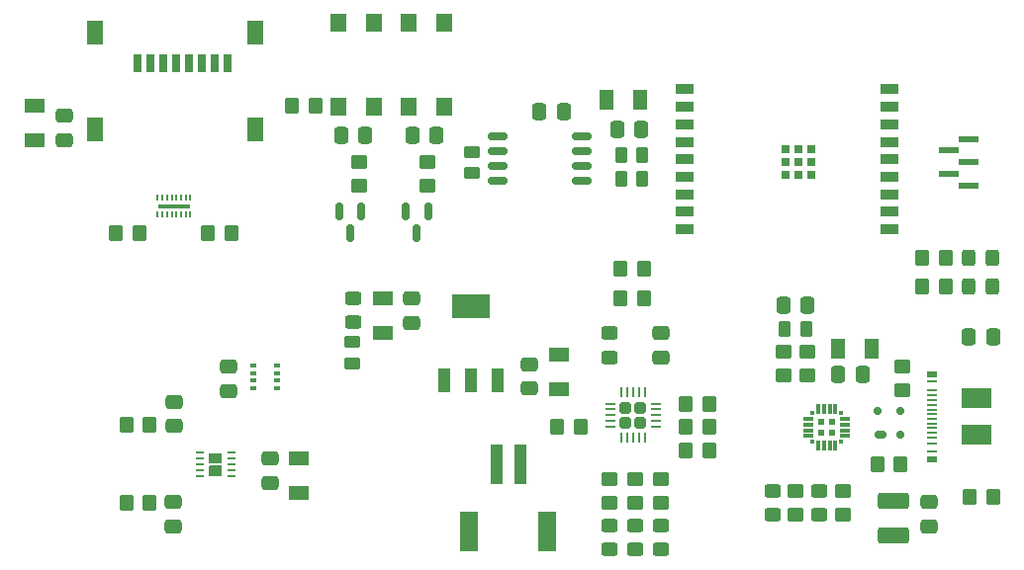
<source format=gbr>
%TF.GenerationSoftware,KiCad,Pcbnew,9.0.6*%
%TF.CreationDate,2025-11-03T22:24:35+01:00*%
%TF.ProjectId,capSensor,63617053-656e-4736-9f72-2e6b69636164,rev?*%
%TF.SameCoordinates,Original*%
%TF.FileFunction,Paste,Top*%
%TF.FilePolarity,Positive*%
%FSLAX46Y46*%
G04 Gerber Fmt 4.6, Leading zero omitted, Abs format (unit mm)*
G04 Created by KiCad (PCBNEW 9.0.6) date 2025-11-03 22:24:35*
%MOMM*%
%LPD*%
G01*
G04 APERTURE LIST*
G04 Aperture macros list*
%AMRoundRect*
0 Rectangle with rounded corners*
0 $1 Rounding radius*
0 $2 $3 $4 $5 $6 $7 $8 $9 X,Y pos of 4 corners*
0 Add a 4 corners polygon primitive as box body*
4,1,4,$2,$3,$4,$5,$6,$7,$8,$9,$2,$3,0*
0 Add four circle primitives for the rounded corners*
1,1,$1+$1,$2,$3*
1,1,$1+$1,$4,$5*
1,1,$1+$1,$6,$7*
1,1,$1+$1,$8,$9*
0 Add four rect primitives between the rounded corners*
20,1,$1+$1,$2,$3,$4,$5,0*
20,1,$1+$1,$4,$5,$6,$7,0*
20,1,$1+$1,$6,$7,$8,$9,0*
20,1,$1+$1,$8,$9,$2,$3,0*%
G04 Aperture macros list end*
%ADD10C,0.000000*%
%ADD11RoundRect,0.250000X0.450000X-0.350000X0.450000X0.350000X-0.450000X0.350000X-0.450000X-0.350000X0*%
%ADD12RoundRect,0.250000X-0.255000X-0.255000X0.255000X-0.255000X0.255000X0.255000X-0.255000X0.255000X0*%
%ADD13RoundRect,0.062500X-0.350000X-0.062500X0.350000X-0.062500X0.350000X0.062500X-0.350000X0.062500X0*%
%ADD14RoundRect,0.062500X-0.062500X-0.350000X0.062500X-0.350000X0.062500X0.350000X-0.062500X0.350000X0*%
%ADD15RoundRect,0.250000X0.262500X0.450000X-0.262500X0.450000X-0.262500X-0.450000X0.262500X-0.450000X0*%
%ADD16RoundRect,0.250000X0.337500X0.475000X-0.337500X0.475000X-0.337500X-0.475000X0.337500X-0.475000X0*%
%ADD17RoundRect,0.250000X0.475000X-0.337500X0.475000X0.337500X-0.475000X0.337500X-0.475000X-0.337500X0*%
%ADD18R,1.820000X1.160000*%
%ADD19RoundRect,0.250000X-0.350000X-0.450000X0.350000X-0.450000X0.350000X0.450000X-0.350000X0.450000X0*%
%ADD20RoundRect,0.250000X-0.262500X-0.450000X0.262500X-0.450000X0.262500X0.450000X-0.262500X0.450000X0*%
%ADD21R,0.850000X0.570000*%
%ADD22R,0.850000X0.250000*%
%ADD23R,0.850000X0.200000*%
%ADD24R,2.600000X1.710000*%
%ADD25RoundRect,0.250000X-0.450000X0.325000X-0.450000X-0.325000X0.450000X-0.325000X0.450000X0.325000X0*%
%ADD26RoundRect,0.250000X-0.475000X0.337500X-0.475000X-0.337500X0.475000X-0.337500X0.475000X0.337500X0*%
%ADD27RoundRect,0.250000X0.450000X-0.325000X0.450000X0.325000X-0.450000X0.325000X-0.450000X-0.325000X0*%
%ADD28RoundRect,0.250000X-0.325000X-0.450000X0.325000X-0.450000X0.325000X0.450000X-0.325000X0.450000X0*%
%ADD29RoundRect,0.250000X-0.450000X0.350000X-0.450000X-0.350000X0.450000X-0.350000X0.450000X0.350000X0*%
%ADD30R,1.160000X1.820000*%
%ADD31R,1.400000X1.600000*%
%ADD32RoundRect,0.250000X0.450000X-0.262500X0.450000X0.262500X-0.450000X0.262500X-0.450000X-0.262500X0*%
%ADD33RoundRect,0.250000X0.350000X0.450000X-0.350000X0.450000X-0.350000X-0.450000X0.350000X-0.450000X0*%
%ADD34R,0.500000X0.350000*%
%ADD35R,0.800000X1.500000*%
%ADD36R,1.450000X2.000000*%
%ADD37RoundRect,0.162500X-0.650000X-0.162500X0.650000X-0.162500X0.650000X0.162500X-0.650000X0.162500X0*%
%ADD38RoundRect,0.150000X-0.150000X0.587500X-0.150000X-0.587500X0.150000X-0.587500X0.150000X0.587500X0*%
%ADD39R,0.650001X0.249999*%
%ADD40R,1.000000X2.050001*%
%ADD41R,3.250001X2.050001*%
%ADD42R,1.750000X0.600000*%
%ADD43R,0.203200X0.609600*%
%ADD44R,2.794000X0.406400*%
%ADD45R,0.700000X0.700000*%
%ADD46R,1.500000X0.900000*%
%ADD47RoundRect,0.175000X0.325000X-0.175000X0.325000X0.175000X-0.325000X0.175000X-0.325000X-0.175000X0*%
%ADD48RoundRect,0.150000X0.150000X-0.200000X0.150000X0.200000X-0.150000X0.200000X-0.150000X-0.200000X0*%
%ADD49RoundRect,0.250001X-1.074999X0.462499X-1.074999X-0.462499X1.074999X-0.462499X1.074999X0.462499X0*%
%ADD50RoundRect,0.250000X-0.337500X-0.475000X0.337500X-0.475000X0.337500X0.475000X-0.337500X0.475000X0*%
%ADD51R,0.540000X0.540000*%
%ADD52R,0.300000X0.300000*%
%ADD53R,0.900000X0.300000*%
%ADD54R,0.300000X0.900000*%
%ADD55R,1.000000X3.500000*%
%ADD56R,1.500000X3.400000*%
G04 APERTURE END LIST*
D10*
%TO.C,U7*%
G36*
X82471601Y-122200939D02*
G01*
X82480783Y-122203726D01*
X82489246Y-122208249D01*
X82496663Y-122214338D01*
X82502751Y-122221755D01*
X82507275Y-122230218D01*
X82510061Y-122239400D01*
X82511001Y-122248950D01*
X82511001Y-123041049D01*
X82510061Y-123050600D01*
X82507275Y-123059782D01*
X82502751Y-123068245D01*
X82496663Y-123075662D01*
X82489246Y-123081750D01*
X82480783Y-123086274D01*
X82471601Y-123089060D01*
X82462050Y-123090000D01*
X81429952Y-123090000D01*
X81420401Y-123089060D01*
X81411219Y-123086274D01*
X81402756Y-123081750D01*
X81395339Y-123075662D01*
X81389251Y-123068245D01*
X81384727Y-123059782D01*
X81381941Y-123050600D01*
X81381001Y-123041049D01*
X81381001Y-122248950D01*
X81381941Y-122239400D01*
X81384727Y-122230218D01*
X81389251Y-122221755D01*
X81395339Y-122214338D01*
X81402756Y-122208249D01*
X81411219Y-122203726D01*
X81420401Y-122200939D01*
X81429952Y-122199999D01*
X82462050Y-122199999D01*
X82471601Y-122200939D01*
G37*
G36*
X82471601Y-123290940D02*
G01*
X82480783Y-123293726D01*
X82489246Y-123298250D01*
X82496663Y-123304338D01*
X82502751Y-123311755D01*
X82507275Y-123320218D01*
X82510061Y-123329400D01*
X82511001Y-123338951D01*
X82511001Y-124131050D01*
X82510061Y-124140600D01*
X82507275Y-124149782D01*
X82502751Y-124158245D01*
X82496663Y-124165662D01*
X82489246Y-124171751D01*
X82480783Y-124176274D01*
X82471601Y-124179061D01*
X82462050Y-124180001D01*
X81429952Y-124180001D01*
X81420401Y-124179061D01*
X81411219Y-124176274D01*
X81402756Y-124171751D01*
X81395339Y-124165662D01*
X81389251Y-124158245D01*
X81384727Y-124149782D01*
X81381941Y-124140600D01*
X81381001Y-124131050D01*
X81381001Y-123338951D01*
X81381941Y-123329400D01*
X81384727Y-123320218D01*
X81389251Y-123311755D01*
X81395339Y-123304338D01*
X81402756Y-123298250D01*
X81411219Y-123293726D01*
X81420401Y-123290940D01*
X81429952Y-123290000D01*
X82462050Y-123290000D01*
X82471601Y-123290940D01*
G37*
%TO.C,U5*%
G36*
X78303001Y-101165100D02*
G01*
X77106001Y-101165100D01*
X77106001Y-100958700D01*
X78303001Y-100958700D01*
X78303001Y-101165100D01*
G37*
G36*
X79700001Y-101165100D02*
G01*
X78503001Y-101165100D01*
X78503001Y-100958700D01*
X79700001Y-100958700D01*
X79700001Y-101165100D01*
G37*
%TD*%
D11*
%TO.C,R23*%
X100076000Y-99298000D03*
X100076000Y-97298000D03*
%TD*%
D12*
%TO.C,U6*%
X117047000Y-118335000D03*
X117047000Y-119585000D03*
X118297000Y-118335000D03*
X118297000Y-119585000D03*
D13*
X115734500Y-117960000D03*
X115734500Y-118460000D03*
X115734500Y-118960000D03*
X115734500Y-119460000D03*
X115734500Y-119960000D03*
D14*
X116672000Y-120897500D03*
X117172000Y-120897500D03*
X117672000Y-120897500D03*
X118172000Y-120897500D03*
X118672000Y-120897500D03*
D13*
X119609500Y-119960000D03*
X119609500Y-119460000D03*
X119609500Y-118960000D03*
X119609500Y-118460000D03*
X119609500Y-117960000D03*
D14*
X118672000Y-117022500D03*
X118172000Y-117022500D03*
X117672000Y-117022500D03*
X117172000Y-117022500D03*
X116672000Y-117022500D03*
%TD*%
D15*
%TO.C,R6*%
X132500500Y-111538000D03*
X130675500Y-111538000D03*
%TD*%
D16*
%TO.C,C7*%
X132625500Y-109538000D03*
X130550500Y-109538000D03*
%TD*%
D17*
%TO.C,C17*%
X69003000Y-95375500D03*
X69003000Y-93300500D03*
%TD*%
D18*
%TO.C,C16*%
X89073998Y-122651000D03*
X89073998Y-125601000D03*
%TD*%
D19*
%TO.C,R20*%
X116602000Y-106426000D03*
X118602000Y-106426000D03*
%TD*%
D20*
%TO.C,R24*%
X116665250Y-96699500D03*
X118490250Y-96699500D03*
%TD*%
D21*
%TO.C,J4*%
X143256000Y-122707000D03*
D22*
X143256000Y-121347000D03*
D23*
X143256000Y-120472000D03*
X143256000Y-119672000D03*
X143256000Y-118472000D03*
X143256000Y-117672000D03*
D22*
X143256000Y-116797000D03*
D21*
X143256000Y-115437000D03*
D22*
X143256000Y-116047000D03*
X143256000Y-117247000D03*
D23*
X143256000Y-118072000D03*
X143256000Y-118872000D03*
X143256000Y-119272000D03*
X143256000Y-120072000D03*
D22*
X143256000Y-120897000D03*
X143256000Y-122097000D03*
D24*
X147081000Y-120637000D03*
X147081000Y-117507000D03*
%TD*%
D25*
%TO.C,D6*%
X117856000Y-128435000D03*
X117856000Y-130485000D03*
%TD*%
D26*
%TO.C,C5*%
X98736000Y-108966499D03*
X98736000Y-111041499D03*
%TD*%
D17*
%TO.C,C13*%
X78375000Y-119868500D03*
X78375000Y-117793500D03*
%TD*%
D27*
%TO.C,D1*%
X93736000Y-110998999D03*
X93736000Y-108948999D03*
%TD*%
D28*
%TO.C,D8*%
X146402500Y-107950000D03*
X148452500Y-107950000D03*
%TD*%
D29*
%TO.C,R17*%
X120040000Y-124460000D03*
X120040000Y-126460000D03*
%TD*%
D25*
%TO.C,D3*%
X129604000Y-125447000D03*
X129604000Y-127497000D03*
%TD*%
D20*
%TO.C,R25*%
X116665250Y-98731500D03*
X118490250Y-98731500D03*
%TD*%
D30*
%TO.C,C22*%
X118315000Y-91948000D03*
X115365000Y-91948000D03*
%TD*%
D18*
%TO.C,C4*%
X96236000Y-108956999D03*
X96236000Y-111906999D03*
%TD*%
D19*
%TO.C,R14*%
X111172000Y-119960000D03*
X113172000Y-119960000D03*
%TD*%
D31*
%TO.C,EN*%
X92480000Y-85300000D03*
X92480000Y-92500000D03*
X95480000Y-85300000D03*
X95480000Y-92500000D03*
%TD*%
D11*
%TO.C,R22*%
X94234000Y-99298000D03*
X94234000Y-97298000D03*
%TD*%
D32*
%TO.C,R4*%
X93656000Y-114498500D03*
X93656000Y-112673500D03*
%TD*%
D11*
%TO.C,R5*%
X132588000Y-115538000D03*
X132588000Y-113538000D03*
%TD*%
D33*
%TO.C,R1*%
X140573000Y-123134000D03*
X138573000Y-123134000D03*
%TD*%
%TO.C,R12*%
X124172000Y-117960000D03*
X122172000Y-117960000D03*
%TD*%
D11*
%TO.C,R2*%
X140716000Y-116808000D03*
X140716000Y-114808000D03*
%TD*%
D26*
%TO.C,C9*%
X83058000Y-114786500D03*
X83058000Y-116861500D03*
%TD*%
D25*
%TO.C,D4*%
X115672000Y-128435000D03*
X115672000Y-130485000D03*
%TD*%
D33*
%TO.C,R13*%
X124172000Y-119960000D03*
X122172000Y-119960000D03*
%TD*%
D34*
%TO.C,U4*%
X87190000Y-114698500D03*
X87190000Y-115348500D03*
X87190000Y-115998500D03*
X87190000Y-116648500D03*
X85140000Y-116648500D03*
X85140000Y-115998500D03*
X85140000Y-115348500D03*
X85140000Y-114698500D03*
%TD*%
D35*
%TO.C,J3*%
X75303000Y-88788000D03*
X76403000Y-88788000D03*
X77503000Y-88788000D03*
X78603000Y-88788000D03*
X79703000Y-88788000D03*
X80803000Y-88788000D03*
X81903000Y-88788000D03*
X83003000Y-88788000D03*
D36*
X71628000Y-86188000D03*
X71628000Y-94488000D03*
X85378000Y-86188000D03*
X85378000Y-94488000D03*
%TD*%
D29*
%TO.C,R16*%
X115672000Y-124460000D03*
X115672000Y-126460000D03*
%TD*%
D32*
%TO.C,R27*%
X103886000Y-98194500D03*
X103886000Y-96369500D03*
%TD*%
D33*
%TO.C,R26*%
X90480000Y-92400000D03*
X88480000Y-92400000D03*
%TD*%
D19*
%TO.C,R3*%
X146500000Y-126000000D03*
X148500000Y-126000000D03*
%TD*%
D37*
%TO.C,U8*%
X106116250Y-95048500D03*
X106116250Y-96318500D03*
X106116250Y-97588500D03*
X106116250Y-98858500D03*
X113291250Y-98858500D03*
X113291250Y-97588500D03*
X113291250Y-96318500D03*
X113291250Y-95048500D03*
%TD*%
D17*
%TO.C,C1*%
X108816000Y-116681501D03*
X108816000Y-114606501D03*
%TD*%
D38*
%TO.C,Q1*%
X94430000Y-101462500D03*
X92530000Y-101462500D03*
X93480000Y-103337500D03*
%TD*%
D19*
%TO.C,R10*%
X81296000Y-103378000D03*
X83296000Y-103378000D03*
%TD*%
D39*
%TO.C,U7*%
X80571000Y-122189999D03*
X80571000Y-122689998D03*
X80571000Y-123190000D03*
X80571000Y-123689999D03*
X80571000Y-124189998D03*
X83321002Y-124189998D03*
X83321002Y-123689999D03*
X83321002Y-123190000D03*
X83321002Y-122689998D03*
X83321002Y-122189999D03*
%TD*%
D40*
%TO.C,U1*%
X101516000Y-115999000D03*
X103816000Y-115999000D03*
X106116000Y-115999000D03*
D41*
X103816000Y-109649000D03*
%TD*%
D42*
%TO.C,J1*%
X146417000Y-99282000D03*
X144667000Y-98282000D03*
X146417000Y-97282000D03*
X144667000Y-96282000D03*
X146417000Y-95282000D03*
%TD*%
D33*
%TO.C,R15*%
X124172000Y-121960000D03*
X122172000Y-121960000D03*
%TD*%
D19*
%TO.C,R19*%
X116602000Y-108926000D03*
X118602000Y-108926000D03*
%TD*%
D17*
%TO.C,C11*%
X120040000Y-113997500D03*
X120040000Y-111922500D03*
%TD*%
D18*
%TO.C,C15*%
X66503000Y-95385000D03*
X66503000Y-92435000D03*
%TD*%
D43*
%TO.C,U5*%
X77003001Y-101785800D03*
X77403000Y-101785800D03*
X77803002Y-101785800D03*
X78203001Y-101785800D03*
X78603001Y-101785800D03*
X79003000Y-101785800D03*
X79403002Y-101785800D03*
X79803001Y-101785800D03*
X79803001Y-100338000D03*
X79403002Y-100338000D03*
X79003000Y-100338000D03*
X78603001Y-100338000D03*
X78203001Y-100338000D03*
X77803002Y-100338000D03*
X77403000Y-100338000D03*
X77003001Y-100338000D03*
D44*
X78403001Y-101061900D03*
%TD*%
D27*
%TO.C,F2*%
X115672000Y-113985000D03*
X115672000Y-111935000D03*
%TD*%
D45*
%TO.C,U9*%
X130744250Y-96122500D03*
X130744250Y-97222500D03*
X130744250Y-98322500D03*
X131844250Y-96122500D03*
X131844250Y-97222500D03*
X131844250Y-98322500D03*
X132944250Y-96122500D03*
X132944250Y-97222500D03*
X132944250Y-98322500D03*
D46*
X122134250Y-91022500D03*
X122134250Y-92522500D03*
X122134250Y-94022500D03*
X122134250Y-95522500D03*
X122134250Y-97022500D03*
X122134250Y-98522500D03*
X122134250Y-100022500D03*
X122134250Y-101522500D03*
X122134250Y-103022500D03*
X139634250Y-103022500D03*
X139634250Y-101522500D03*
X139634250Y-100022500D03*
X139634250Y-98522500D03*
X139634250Y-97022500D03*
X139634250Y-95522500D03*
X139634250Y-94022500D03*
X139634250Y-92522500D03*
X139634250Y-91022500D03*
%TD*%
D31*
%TO.C,BOOT*%
X98480000Y-85300000D03*
X98480000Y-92500000D03*
X101480000Y-85300000D03*
X101480000Y-92500000D03*
%TD*%
D18*
%TO.C,C2*%
X111316000Y-116691001D03*
X111316000Y-113741001D03*
%TD*%
D29*
%TO.C,R18*%
X117856000Y-124460000D03*
X117856000Y-126460000D03*
%TD*%
D16*
%TO.C,C19*%
X111741250Y-92953500D03*
X109666250Y-92953500D03*
%TD*%
D25*
%TO.C,D2*%
X133604000Y-125467000D03*
X133604000Y-127517000D03*
%TD*%
D30*
%TO.C,C10*%
X135177000Y-113284000D03*
X138127000Y-113284000D03*
%TD*%
D47*
%TO.C,U2*%
X138823000Y-120634000D03*
D48*
X140523000Y-120634000D03*
X140523000Y-118634000D03*
X138623000Y-118634000D03*
%TD*%
D49*
%TO.C,F1*%
X140000000Y-126262500D03*
X140000000Y-129237500D03*
%TD*%
D50*
%TO.C,C18*%
X98784500Y-94996000D03*
X100859500Y-94996000D03*
%TD*%
D19*
%TO.C,R21*%
X142427500Y-105450000D03*
X144427500Y-105450000D03*
%TD*%
D33*
%TO.C,R30*%
X76311000Y-126492000D03*
X74311000Y-126492000D03*
%TD*%
%TO.C,R29*%
X76327000Y-119761000D03*
X74327000Y-119761000D03*
%TD*%
D25*
%TO.C,D5*%
X120040000Y-128435000D03*
X120040000Y-130485000D03*
%TD*%
D26*
%TO.C,C14*%
X86614000Y-122660500D03*
X86614000Y-124735500D03*
%TD*%
D29*
%TO.C,R8*%
X135604000Y-125447000D03*
X135604000Y-127447000D03*
%TD*%
D51*
%TO.C,U3*%
X134700000Y-120450000D03*
X134700000Y-119550000D03*
X133800000Y-120450000D03*
X133800000Y-119550000D03*
D52*
X135500000Y-121250000D03*
D53*
X135800000Y-120750000D03*
X135800000Y-120250000D03*
X135800000Y-119750000D03*
X135800000Y-119250000D03*
D52*
X135500000Y-118750000D03*
D54*
X135000000Y-118450000D03*
X134500000Y-118450000D03*
X134000000Y-118450000D03*
X133500000Y-118450000D03*
D52*
X133000000Y-118750000D03*
D53*
X132700000Y-119250000D03*
X132700000Y-119750000D03*
X132700000Y-120250000D03*
X132700000Y-120750000D03*
D52*
X133000000Y-121250000D03*
D54*
X133500000Y-121550000D03*
X134000000Y-121550000D03*
X134500000Y-121550000D03*
X135000000Y-121550000D03*
%TD*%
D50*
%TO.C,C3*%
X146425000Y-112250000D03*
X148500000Y-112250000D03*
%TD*%
D17*
%TO.C,C6*%
X142984000Y-128470500D03*
X142984000Y-126395500D03*
%TD*%
D33*
%TO.C,R11*%
X75422000Y-103378000D03*
X73422000Y-103378000D03*
%TD*%
D50*
%TO.C,C8*%
X135224500Y-115500000D03*
X137299500Y-115500000D03*
%TD*%
D29*
%TO.C,R7*%
X130588000Y-113538000D03*
X130588000Y-115538000D03*
%TD*%
D26*
%TO.C,C12*%
X78311000Y-126384500D03*
X78311000Y-128459500D03*
%TD*%
D19*
%TO.C,R28*%
X142427500Y-107950000D03*
X144427500Y-107950000D03*
%TD*%
D28*
%TO.C,D7*%
X146402500Y-105450000D03*
X148452500Y-105450000D03*
%TD*%
D38*
%TO.C,Q2*%
X100130000Y-101462500D03*
X98230000Y-101462500D03*
X99180000Y-103337500D03*
%TD*%
D16*
%TO.C,C21*%
X118377500Y-94448000D03*
X116302500Y-94448000D03*
%TD*%
D55*
%TO.C,J2*%
X106004000Y-123197000D03*
X108004000Y-123197000D03*
D56*
X103654000Y-128947000D03*
X110354000Y-128947000D03*
%TD*%
D50*
%TO.C,C20*%
X92688500Y-94996000D03*
X94763500Y-94996000D03*
%TD*%
D29*
%TO.C,R9*%
X131604000Y-125472000D03*
X131604000Y-127472000D03*
%TD*%
M02*

</source>
